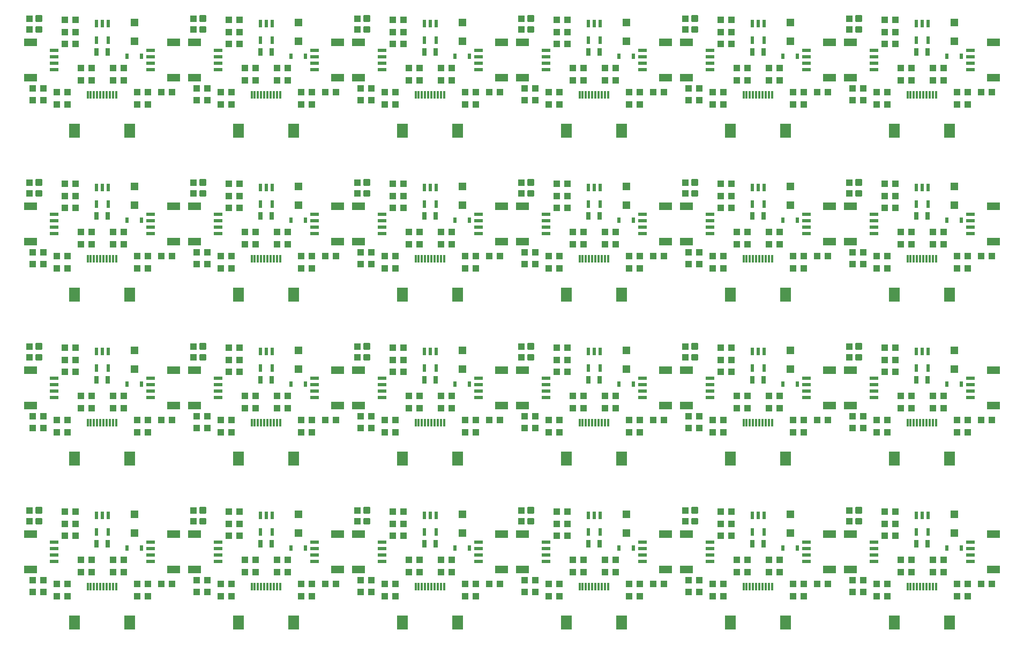
<source format=gtp>
G75*
%MOIN*%
%OFA0B0*%
%FSLAX25Y25*%
%IPPOS*%
%LPD*%
%AMOC8*
5,1,8,0,0,1.08239X$1,22.5*
%
%ADD10R,0.04331X0.03937*%
%ADD11R,0.07874X0.04724*%
%ADD12R,0.05315X0.02362*%
%ADD13R,0.01181X0.05118*%
%ADD14R,0.07087X0.08661*%
%ADD15C,0.01181*%
%ADD16R,0.03937X0.04331*%
%ADD17R,0.02165X0.04724*%
%ADD18R,0.02480X0.03268*%
%ADD19R,0.05118X0.05118*%
%ADD20R,0.03150X0.04724*%
D10*
X0035404Y0053750D03*
X0042096Y0053750D03*
X0050404Y0051250D03*
X0057096Y0051250D03*
X0057096Y0058750D03*
X0050404Y0058750D03*
X0042096Y0061250D03*
X0035404Y0061250D03*
X0065404Y0066250D03*
X0072096Y0066250D03*
X0072096Y0073750D03*
X0065404Y0073750D03*
X0062096Y0088750D03*
X0055404Y0088750D03*
X0055404Y0096250D03*
X0062096Y0096250D03*
X0062096Y0103750D03*
X0055404Y0103750D03*
X0085404Y0073750D03*
X0092096Y0073750D03*
X0092096Y0066250D03*
X0085404Y0066250D03*
X0100404Y0058750D03*
X0107096Y0058750D03*
X0107096Y0051250D03*
X0100404Y0051250D03*
X0115404Y0058750D03*
X0122096Y0058750D03*
X0137404Y0061250D03*
X0144096Y0061250D03*
X0152404Y0058750D03*
X0159096Y0058750D03*
X0159096Y0051250D03*
X0152404Y0051250D03*
X0144096Y0053750D03*
X0137404Y0053750D03*
X0167404Y0066250D03*
X0174096Y0066250D03*
X0174096Y0073750D03*
X0167404Y0073750D03*
X0164096Y0088750D03*
X0157404Y0088750D03*
X0157404Y0096250D03*
X0164096Y0096250D03*
X0164096Y0103750D03*
X0157404Y0103750D03*
X0187404Y0073750D03*
X0194096Y0073750D03*
X0194096Y0066250D03*
X0187404Y0066250D03*
X0202404Y0058750D03*
X0209096Y0058750D03*
X0209096Y0051250D03*
X0202404Y0051250D03*
X0217404Y0058750D03*
X0224096Y0058750D03*
X0239404Y0061250D03*
X0246096Y0061250D03*
X0254404Y0058750D03*
X0261096Y0058750D03*
X0261096Y0051250D03*
X0254404Y0051250D03*
X0246096Y0053750D03*
X0239404Y0053750D03*
X0269404Y0066250D03*
X0276096Y0066250D03*
X0276096Y0073750D03*
X0269404Y0073750D03*
X0266096Y0088750D03*
X0259404Y0088750D03*
X0259404Y0096250D03*
X0266096Y0096250D03*
X0266096Y0103750D03*
X0259404Y0103750D03*
X0289404Y0073750D03*
X0296096Y0073750D03*
X0296096Y0066250D03*
X0289404Y0066250D03*
X0304404Y0058750D03*
X0311096Y0058750D03*
X0311096Y0051250D03*
X0304404Y0051250D03*
X0319404Y0058750D03*
X0326096Y0058750D03*
X0341404Y0061250D03*
X0348096Y0061250D03*
X0348096Y0053750D03*
X0341404Y0053750D03*
X0356404Y0051250D03*
X0363096Y0051250D03*
X0363096Y0058750D03*
X0356404Y0058750D03*
X0371404Y0066250D03*
X0378096Y0066250D03*
X0378096Y0073750D03*
X0371404Y0073750D03*
X0391404Y0073750D03*
X0398096Y0073750D03*
X0398096Y0066250D03*
X0391404Y0066250D03*
X0406404Y0058750D03*
X0413096Y0058750D03*
X0413096Y0051250D03*
X0406404Y0051250D03*
X0421404Y0058750D03*
X0428096Y0058750D03*
X0443404Y0061250D03*
X0450096Y0061250D03*
X0458404Y0058750D03*
X0465096Y0058750D03*
X0465096Y0051250D03*
X0458404Y0051250D03*
X0450096Y0053750D03*
X0443404Y0053750D03*
X0473404Y0066250D03*
X0480096Y0066250D03*
X0480096Y0073750D03*
X0473404Y0073750D03*
X0470096Y0088750D03*
X0463404Y0088750D03*
X0463404Y0096250D03*
X0470096Y0096250D03*
X0470096Y0103750D03*
X0463404Y0103750D03*
X0493404Y0073750D03*
X0500096Y0073750D03*
X0500096Y0066250D03*
X0493404Y0066250D03*
X0508404Y0058750D03*
X0515096Y0058750D03*
X0515096Y0051250D03*
X0508404Y0051250D03*
X0523404Y0058750D03*
X0530096Y0058750D03*
X0545404Y0061250D03*
X0552096Y0061250D03*
X0560404Y0058750D03*
X0567096Y0058750D03*
X0567096Y0051250D03*
X0560404Y0051250D03*
X0552096Y0053750D03*
X0545404Y0053750D03*
X0575404Y0066250D03*
X0582096Y0066250D03*
X0582096Y0073750D03*
X0575404Y0073750D03*
X0572096Y0088750D03*
X0565404Y0088750D03*
X0565404Y0096250D03*
X0572096Y0096250D03*
X0572096Y0103750D03*
X0565404Y0103750D03*
X0595404Y0073750D03*
X0602096Y0073750D03*
X0602096Y0066250D03*
X0595404Y0066250D03*
X0610404Y0058750D03*
X0617096Y0058750D03*
X0617096Y0051250D03*
X0610404Y0051250D03*
X0625404Y0058750D03*
X0632096Y0058750D03*
X0617096Y0153250D03*
X0610404Y0153250D03*
X0610404Y0160750D03*
X0617096Y0160750D03*
X0625404Y0160750D03*
X0632096Y0160750D03*
X0602096Y0168250D03*
X0595404Y0168250D03*
X0595404Y0175750D03*
X0602096Y0175750D03*
X0582096Y0175750D03*
X0575404Y0175750D03*
X0575404Y0168250D03*
X0582096Y0168250D03*
X0567096Y0160750D03*
X0560404Y0160750D03*
X0560404Y0153250D03*
X0567096Y0153250D03*
X0552096Y0155750D03*
X0545404Y0155750D03*
X0545404Y0163250D03*
X0552096Y0163250D03*
X0530096Y0160750D03*
X0523404Y0160750D03*
X0515096Y0160750D03*
X0508404Y0160750D03*
X0508404Y0153250D03*
X0515096Y0153250D03*
X0500096Y0168250D03*
X0493404Y0168250D03*
X0493404Y0175750D03*
X0500096Y0175750D03*
X0480096Y0175750D03*
X0473404Y0175750D03*
X0473404Y0168250D03*
X0480096Y0168250D03*
X0465096Y0160750D03*
X0458404Y0160750D03*
X0458404Y0153250D03*
X0465096Y0153250D03*
X0450096Y0155750D03*
X0443404Y0155750D03*
X0443404Y0163250D03*
X0450096Y0163250D03*
X0428096Y0160750D03*
X0421404Y0160750D03*
X0413096Y0160750D03*
X0406404Y0160750D03*
X0406404Y0153250D03*
X0413096Y0153250D03*
X0398096Y0168250D03*
X0391404Y0168250D03*
X0391404Y0175750D03*
X0398096Y0175750D03*
X0378096Y0175750D03*
X0371404Y0175750D03*
X0371404Y0168250D03*
X0378096Y0168250D03*
X0363096Y0160750D03*
X0356404Y0160750D03*
X0356404Y0153250D03*
X0363096Y0153250D03*
X0348096Y0155750D03*
X0341404Y0155750D03*
X0341404Y0163250D03*
X0348096Y0163250D03*
X0326096Y0160750D03*
X0319404Y0160750D03*
X0311096Y0160750D03*
X0304404Y0160750D03*
X0304404Y0153250D03*
X0311096Y0153250D03*
X0296096Y0168250D03*
X0289404Y0168250D03*
X0289404Y0175750D03*
X0296096Y0175750D03*
X0276096Y0175750D03*
X0269404Y0175750D03*
X0269404Y0168250D03*
X0276096Y0168250D03*
X0261096Y0160750D03*
X0254404Y0160750D03*
X0254404Y0153250D03*
X0261096Y0153250D03*
X0246096Y0155750D03*
X0239404Y0155750D03*
X0239404Y0163250D03*
X0246096Y0163250D03*
X0224096Y0160750D03*
X0217404Y0160750D03*
X0209096Y0160750D03*
X0202404Y0160750D03*
X0202404Y0153250D03*
X0209096Y0153250D03*
X0194096Y0168250D03*
X0187404Y0168250D03*
X0187404Y0175750D03*
X0194096Y0175750D03*
X0174096Y0175750D03*
X0167404Y0175750D03*
X0167404Y0168250D03*
X0174096Y0168250D03*
X0159096Y0160750D03*
X0152404Y0160750D03*
X0152404Y0153250D03*
X0159096Y0153250D03*
X0144096Y0155750D03*
X0137404Y0155750D03*
X0137404Y0163250D03*
X0144096Y0163250D03*
X0122096Y0160750D03*
X0115404Y0160750D03*
X0107096Y0160750D03*
X0100404Y0160750D03*
X0100404Y0153250D03*
X0107096Y0153250D03*
X0092096Y0168250D03*
X0085404Y0168250D03*
X0085404Y0175750D03*
X0092096Y0175750D03*
X0072096Y0175750D03*
X0065404Y0175750D03*
X0065404Y0168250D03*
X0072096Y0168250D03*
X0057096Y0160750D03*
X0050404Y0160750D03*
X0050404Y0153250D03*
X0057096Y0153250D03*
X0042096Y0155750D03*
X0035404Y0155750D03*
X0035404Y0163250D03*
X0042096Y0163250D03*
X0055404Y0190750D03*
X0062096Y0190750D03*
X0062096Y0198250D03*
X0055404Y0198250D03*
X0055404Y0205750D03*
X0062096Y0205750D03*
X0057096Y0255250D03*
X0050404Y0255250D03*
X0042096Y0257750D03*
X0035404Y0257750D03*
X0035404Y0265250D03*
X0042096Y0265250D03*
X0050404Y0262750D03*
X0057096Y0262750D03*
X0065404Y0270250D03*
X0072096Y0270250D03*
X0072096Y0277750D03*
X0065404Y0277750D03*
X0062096Y0292750D03*
X0055404Y0292750D03*
X0055404Y0300250D03*
X0062096Y0300250D03*
X0062096Y0307750D03*
X0055404Y0307750D03*
X0085404Y0277750D03*
X0092096Y0277750D03*
X0092096Y0270250D03*
X0085404Y0270250D03*
X0100404Y0262750D03*
X0107096Y0262750D03*
X0115404Y0262750D03*
X0122096Y0262750D03*
X0137404Y0265250D03*
X0144096Y0265250D03*
X0144096Y0257750D03*
X0137404Y0257750D03*
X0152404Y0255250D03*
X0159096Y0255250D03*
X0159096Y0262750D03*
X0152404Y0262750D03*
X0167404Y0270250D03*
X0174096Y0270250D03*
X0174096Y0277750D03*
X0167404Y0277750D03*
X0164096Y0292750D03*
X0157404Y0292750D03*
X0157404Y0300250D03*
X0164096Y0300250D03*
X0164096Y0307750D03*
X0157404Y0307750D03*
X0187404Y0277750D03*
X0194096Y0277750D03*
X0194096Y0270250D03*
X0187404Y0270250D03*
X0202404Y0262750D03*
X0209096Y0262750D03*
X0217404Y0262750D03*
X0224096Y0262750D03*
X0239404Y0265250D03*
X0246096Y0265250D03*
X0246096Y0257750D03*
X0239404Y0257750D03*
X0254404Y0255250D03*
X0261096Y0255250D03*
X0261096Y0262750D03*
X0254404Y0262750D03*
X0269404Y0270250D03*
X0276096Y0270250D03*
X0276096Y0277750D03*
X0269404Y0277750D03*
X0266096Y0292750D03*
X0259404Y0292750D03*
X0259404Y0300250D03*
X0266096Y0300250D03*
X0266096Y0307750D03*
X0259404Y0307750D03*
X0289404Y0277750D03*
X0296096Y0277750D03*
X0296096Y0270250D03*
X0289404Y0270250D03*
X0304404Y0262750D03*
X0311096Y0262750D03*
X0311096Y0255250D03*
X0304404Y0255250D03*
X0319404Y0262750D03*
X0326096Y0262750D03*
X0341404Y0265250D03*
X0348096Y0265250D03*
X0348096Y0257750D03*
X0341404Y0257750D03*
X0356404Y0255250D03*
X0363096Y0255250D03*
X0363096Y0262750D03*
X0356404Y0262750D03*
X0371404Y0270250D03*
X0378096Y0270250D03*
X0378096Y0277750D03*
X0371404Y0277750D03*
X0391404Y0277750D03*
X0398096Y0277750D03*
X0398096Y0270250D03*
X0391404Y0270250D03*
X0406404Y0262750D03*
X0413096Y0262750D03*
X0421404Y0262750D03*
X0428096Y0262750D03*
X0443404Y0265250D03*
X0450096Y0265250D03*
X0450096Y0257750D03*
X0443404Y0257750D03*
X0458404Y0255250D03*
X0465096Y0255250D03*
X0465096Y0262750D03*
X0458404Y0262750D03*
X0473404Y0270250D03*
X0480096Y0270250D03*
X0480096Y0277750D03*
X0473404Y0277750D03*
X0470096Y0292750D03*
X0463404Y0292750D03*
X0463404Y0300250D03*
X0470096Y0300250D03*
X0470096Y0307750D03*
X0463404Y0307750D03*
X0493404Y0277750D03*
X0500096Y0277750D03*
X0500096Y0270250D03*
X0493404Y0270250D03*
X0508404Y0262750D03*
X0515096Y0262750D03*
X0523404Y0262750D03*
X0530096Y0262750D03*
X0545404Y0265250D03*
X0552096Y0265250D03*
X0552096Y0257750D03*
X0545404Y0257750D03*
X0560404Y0255250D03*
X0567096Y0255250D03*
X0567096Y0262750D03*
X0560404Y0262750D03*
X0575404Y0270250D03*
X0582096Y0270250D03*
X0582096Y0277750D03*
X0575404Y0277750D03*
X0572096Y0292750D03*
X0565404Y0292750D03*
X0565404Y0300250D03*
X0572096Y0300250D03*
X0572096Y0307750D03*
X0565404Y0307750D03*
X0595404Y0277750D03*
X0602096Y0277750D03*
X0602096Y0270250D03*
X0595404Y0270250D03*
X0610404Y0262750D03*
X0617096Y0262750D03*
X0625404Y0262750D03*
X0632096Y0262750D03*
X0617096Y0255250D03*
X0610404Y0255250D03*
X0572096Y0205750D03*
X0565404Y0205750D03*
X0565404Y0198250D03*
X0572096Y0198250D03*
X0572096Y0190750D03*
X0565404Y0190750D03*
X0515096Y0255250D03*
X0508404Y0255250D03*
X0470096Y0205750D03*
X0463404Y0205750D03*
X0463404Y0198250D03*
X0470096Y0198250D03*
X0470096Y0190750D03*
X0463404Y0190750D03*
X0413096Y0255250D03*
X0406404Y0255250D03*
X0368096Y0292750D03*
X0361404Y0292750D03*
X0361404Y0300250D03*
X0368096Y0300250D03*
X0368096Y0307750D03*
X0361404Y0307750D03*
X0363096Y0357250D03*
X0356404Y0357250D03*
X0356404Y0364750D03*
X0363096Y0364750D03*
X0371404Y0372250D03*
X0378096Y0372250D03*
X0378096Y0379750D03*
X0371404Y0379750D03*
X0391404Y0379750D03*
X0398096Y0379750D03*
X0398096Y0372250D03*
X0391404Y0372250D03*
X0406404Y0364750D03*
X0413096Y0364750D03*
X0421404Y0364750D03*
X0428096Y0364750D03*
X0443404Y0367250D03*
X0450096Y0367250D03*
X0450096Y0359750D03*
X0443404Y0359750D03*
X0458404Y0357250D03*
X0465096Y0357250D03*
X0465096Y0364750D03*
X0458404Y0364750D03*
X0473404Y0372250D03*
X0480096Y0372250D03*
X0480096Y0379750D03*
X0473404Y0379750D03*
X0470096Y0394750D03*
X0463404Y0394750D03*
X0463404Y0402250D03*
X0470096Y0402250D03*
X0470096Y0409750D03*
X0463404Y0409750D03*
X0493404Y0379750D03*
X0500096Y0379750D03*
X0500096Y0372250D03*
X0493404Y0372250D03*
X0508404Y0364750D03*
X0515096Y0364750D03*
X0523404Y0364750D03*
X0530096Y0364750D03*
X0545404Y0367250D03*
X0552096Y0367250D03*
X0552096Y0359750D03*
X0545404Y0359750D03*
X0560404Y0357250D03*
X0567096Y0357250D03*
X0567096Y0364750D03*
X0560404Y0364750D03*
X0575404Y0372250D03*
X0582096Y0372250D03*
X0582096Y0379750D03*
X0575404Y0379750D03*
X0572096Y0394750D03*
X0565404Y0394750D03*
X0565404Y0402250D03*
X0572096Y0402250D03*
X0572096Y0409750D03*
X0565404Y0409750D03*
X0595404Y0379750D03*
X0602096Y0379750D03*
X0602096Y0372250D03*
X0595404Y0372250D03*
X0610404Y0364750D03*
X0617096Y0364750D03*
X0625404Y0364750D03*
X0632096Y0364750D03*
X0617096Y0357250D03*
X0610404Y0357250D03*
X0515096Y0357250D03*
X0508404Y0357250D03*
X0413096Y0357250D03*
X0406404Y0357250D03*
X0368096Y0394750D03*
X0361404Y0394750D03*
X0361404Y0402250D03*
X0368096Y0402250D03*
X0368096Y0409750D03*
X0361404Y0409750D03*
X0348096Y0367250D03*
X0341404Y0367250D03*
X0341404Y0359750D03*
X0348096Y0359750D03*
X0326096Y0364750D03*
X0319404Y0364750D03*
X0311096Y0364750D03*
X0304404Y0364750D03*
X0304404Y0357250D03*
X0311096Y0357250D03*
X0296096Y0372250D03*
X0289404Y0372250D03*
X0289404Y0379750D03*
X0296096Y0379750D03*
X0276096Y0379750D03*
X0269404Y0379750D03*
X0269404Y0372250D03*
X0276096Y0372250D03*
X0261096Y0364750D03*
X0254404Y0364750D03*
X0246096Y0367250D03*
X0239404Y0367250D03*
X0239404Y0359750D03*
X0246096Y0359750D03*
X0254404Y0357250D03*
X0261096Y0357250D03*
X0224096Y0364750D03*
X0217404Y0364750D03*
X0209096Y0364750D03*
X0202404Y0364750D03*
X0194096Y0372250D03*
X0187404Y0372250D03*
X0187404Y0379750D03*
X0194096Y0379750D03*
X0174096Y0379750D03*
X0167404Y0379750D03*
X0167404Y0372250D03*
X0174096Y0372250D03*
X0159096Y0364750D03*
X0152404Y0364750D03*
X0144096Y0367250D03*
X0137404Y0367250D03*
X0137404Y0359750D03*
X0144096Y0359750D03*
X0152404Y0357250D03*
X0159096Y0357250D03*
X0122096Y0364750D03*
X0115404Y0364750D03*
X0107096Y0364750D03*
X0100404Y0364750D03*
X0092096Y0372250D03*
X0085404Y0372250D03*
X0085404Y0379750D03*
X0092096Y0379750D03*
X0072096Y0379750D03*
X0065404Y0379750D03*
X0065404Y0372250D03*
X0072096Y0372250D03*
X0057096Y0364750D03*
X0050404Y0364750D03*
X0042096Y0367250D03*
X0035404Y0367250D03*
X0035404Y0359750D03*
X0042096Y0359750D03*
X0050404Y0357250D03*
X0057096Y0357250D03*
X0100404Y0357250D03*
X0107096Y0357250D03*
X0062096Y0394750D03*
X0055404Y0394750D03*
X0055404Y0402250D03*
X0062096Y0402250D03*
X0062096Y0409750D03*
X0055404Y0409750D03*
X0157404Y0409750D03*
X0164096Y0409750D03*
X0164096Y0402250D03*
X0157404Y0402250D03*
X0157404Y0394750D03*
X0164096Y0394750D03*
X0202404Y0357250D03*
X0209096Y0357250D03*
X0259404Y0394750D03*
X0266096Y0394750D03*
X0266096Y0402250D03*
X0259404Y0402250D03*
X0259404Y0409750D03*
X0266096Y0409750D03*
X0209096Y0255250D03*
X0202404Y0255250D03*
X0164096Y0205750D03*
X0157404Y0205750D03*
X0157404Y0198250D03*
X0164096Y0198250D03*
X0164096Y0190750D03*
X0157404Y0190750D03*
X0107096Y0255250D03*
X0100404Y0255250D03*
X0259404Y0205750D03*
X0266096Y0205750D03*
X0266096Y0198250D03*
X0259404Y0198250D03*
X0259404Y0190750D03*
X0266096Y0190750D03*
X0361404Y0190750D03*
X0368096Y0190750D03*
X0368096Y0198250D03*
X0361404Y0198250D03*
X0361404Y0205750D03*
X0368096Y0205750D03*
X0368096Y0103750D03*
X0361404Y0103750D03*
X0361404Y0096250D03*
X0368096Y0096250D03*
X0368096Y0088750D03*
X0361404Y0088750D03*
D11*
X0340281Y0089774D03*
X0327219Y0089774D03*
X0327219Y0067726D03*
X0340281Y0067726D03*
X0429219Y0067726D03*
X0442281Y0067726D03*
X0442281Y0089774D03*
X0429219Y0089774D03*
X0531219Y0089774D03*
X0544281Y0089774D03*
X0544281Y0067726D03*
X0531219Y0067726D03*
X0633219Y0067726D03*
X0633219Y0089774D03*
X0633219Y0169726D03*
X0633219Y0191774D03*
X0544281Y0191774D03*
X0531219Y0191774D03*
X0531219Y0169726D03*
X0544281Y0169726D03*
X0442281Y0169726D03*
X0429219Y0169726D03*
X0429219Y0191774D03*
X0442281Y0191774D03*
X0340281Y0191774D03*
X0327219Y0191774D03*
X0327219Y0169726D03*
X0340281Y0169726D03*
X0238281Y0169726D03*
X0225219Y0169726D03*
X0225219Y0191774D03*
X0238281Y0191774D03*
X0136281Y0191774D03*
X0123219Y0191774D03*
X0123219Y0169726D03*
X0136281Y0169726D03*
X0034281Y0169726D03*
X0034281Y0191774D03*
X0034281Y0271726D03*
X0034281Y0293774D03*
X0123219Y0293774D03*
X0136281Y0293774D03*
X0136281Y0271726D03*
X0123219Y0271726D03*
X0225219Y0271726D03*
X0238281Y0271726D03*
X0238281Y0293774D03*
X0225219Y0293774D03*
X0327219Y0293774D03*
X0340281Y0293774D03*
X0340281Y0271726D03*
X0327219Y0271726D03*
X0429219Y0271726D03*
X0442281Y0271726D03*
X0442281Y0293774D03*
X0429219Y0293774D03*
X0531219Y0293774D03*
X0544281Y0293774D03*
X0544281Y0271726D03*
X0531219Y0271726D03*
X0633219Y0271726D03*
X0633219Y0293774D03*
X0633219Y0373726D03*
X0633219Y0395774D03*
X0544281Y0395774D03*
X0531219Y0395774D03*
X0531219Y0373726D03*
X0544281Y0373726D03*
X0442281Y0373726D03*
X0429219Y0373726D03*
X0429219Y0395774D03*
X0442281Y0395774D03*
X0340281Y0395774D03*
X0327219Y0395774D03*
X0327219Y0373726D03*
X0340281Y0373726D03*
X0238281Y0373726D03*
X0225219Y0373726D03*
X0225219Y0395774D03*
X0238281Y0395774D03*
X0136281Y0395774D03*
X0123219Y0395774D03*
X0123219Y0373726D03*
X0136281Y0373726D03*
X0034281Y0373726D03*
X0034281Y0395774D03*
X0034281Y0089774D03*
X0034281Y0067726D03*
X0123219Y0067726D03*
X0136281Y0067726D03*
X0136281Y0089774D03*
X0123219Y0089774D03*
X0225219Y0089774D03*
X0238281Y0089774D03*
X0238281Y0067726D03*
X0225219Y0067726D03*
D12*
X0210750Y0072844D03*
X0210750Y0076781D03*
X0210750Y0080719D03*
X0210750Y0084656D03*
X0252750Y0084656D03*
X0252750Y0080719D03*
X0252750Y0076781D03*
X0252750Y0072844D03*
X0312750Y0072844D03*
X0312750Y0076781D03*
X0312750Y0080719D03*
X0312750Y0084656D03*
X0354750Y0084656D03*
X0354750Y0080719D03*
X0354750Y0076781D03*
X0354750Y0072844D03*
X0414750Y0072844D03*
X0414750Y0076781D03*
X0414750Y0080719D03*
X0414750Y0084656D03*
X0456750Y0084656D03*
X0456750Y0080719D03*
X0456750Y0076781D03*
X0456750Y0072844D03*
X0516750Y0072844D03*
X0516750Y0076781D03*
X0516750Y0080719D03*
X0516750Y0084656D03*
X0558750Y0084656D03*
X0558750Y0080719D03*
X0558750Y0076781D03*
X0558750Y0072844D03*
X0618750Y0072844D03*
X0618750Y0076781D03*
X0618750Y0080719D03*
X0618750Y0084656D03*
X0618750Y0174844D03*
X0618750Y0178781D03*
X0618750Y0182719D03*
X0618750Y0186656D03*
X0558750Y0186656D03*
X0558750Y0182719D03*
X0558750Y0178781D03*
X0558750Y0174844D03*
X0516750Y0174844D03*
X0516750Y0178781D03*
X0516750Y0182719D03*
X0516750Y0186656D03*
X0456750Y0186656D03*
X0456750Y0182719D03*
X0456750Y0178781D03*
X0456750Y0174844D03*
X0414750Y0174844D03*
X0414750Y0178781D03*
X0414750Y0182719D03*
X0414750Y0186656D03*
X0354750Y0186656D03*
X0354750Y0182719D03*
X0354750Y0178781D03*
X0354750Y0174844D03*
X0312750Y0174844D03*
X0312750Y0178781D03*
X0312750Y0182719D03*
X0312750Y0186656D03*
X0252750Y0186656D03*
X0252750Y0182719D03*
X0252750Y0178781D03*
X0252750Y0174844D03*
X0210750Y0174844D03*
X0210750Y0178781D03*
X0210750Y0182719D03*
X0210750Y0186656D03*
X0150750Y0186656D03*
X0150750Y0182719D03*
X0150750Y0178781D03*
X0150750Y0174844D03*
X0108750Y0174844D03*
X0108750Y0178781D03*
X0108750Y0182719D03*
X0108750Y0186656D03*
X0048750Y0186656D03*
X0048750Y0182719D03*
X0048750Y0178781D03*
X0048750Y0174844D03*
X0048750Y0084656D03*
X0048750Y0080719D03*
X0048750Y0076781D03*
X0048750Y0072844D03*
X0108750Y0072844D03*
X0108750Y0076781D03*
X0108750Y0080719D03*
X0108750Y0084656D03*
X0150750Y0084656D03*
X0150750Y0080719D03*
X0150750Y0076781D03*
X0150750Y0072844D03*
X0150750Y0276844D03*
X0150750Y0280781D03*
X0150750Y0284719D03*
X0150750Y0288656D03*
X0108750Y0288656D03*
X0108750Y0284719D03*
X0108750Y0280781D03*
X0108750Y0276844D03*
X0048750Y0276844D03*
X0048750Y0280781D03*
X0048750Y0284719D03*
X0048750Y0288656D03*
X0048750Y0378844D03*
X0048750Y0382781D03*
X0048750Y0386719D03*
X0048750Y0390656D03*
X0108750Y0390656D03*
X0108750Y0386719D03*
X0108750Y0382781D03*
X0108750Y0378844D03*
X0150750Y0378844D03*
X0150750Y0382781D03*
X0150750Y0386719D03*
X0150750Y0390656D03*
X0210750Y0390656D03*
X0210750Y0386719D03*
X0210750Y0382781D03*
X0210750Y0378844D03*
X0252750Y0378844D03*
X0252750Y0382781D03*
X0252750Y0386719D03*
X0252750Y0390656D03*
X0312750Y0390656D03*
X0312750Y0386719D03*
X0312750Y0382781D03*
X0312750Y0378844D03*
X0354750Y0378844D03*
X0354750Y0382781D03*
X0354750Y0386719D03*
X0354750Y0390656D03*
X0414750Y0390656D03*
X0414750Y0386719D03*
X0414750Y0382781D03*
X0414750Y0378844D03*
X0456750Y0378844D03*
X0456750Y0382781D03*
X0456750Y0386719D03*
X0456750Y0390656D03*
X0516750Y0390656D03*
X0516750Y0386719D03*
X0516750Y0382781D03*
X0516750Y0378844D03*
X0558750Y0378844D03*
X0558750Y0382781D03*
X0558750Y0386719D03*
X0558750Y0390656D03*
X0618750Y0390656D03*
X0618750Y0386719D03*
X0618750Y0382781D03*
X0618750Y0378844D03*
X0618750Y0288656D03*
X0618750Y0284719D03*
X0618750Y0280781D03*
X0618750Y0276844D03*
X0558750Y0276844D03*
X0558750Y0280781D03*
X0558750Y0284719D03*
X0558750Y0288656D03*
X0516750Y0288656D03*
X0516750Y0284719D03*
X0516750Y0280781D03*
X0516750Y0276844D03*
X0456750Y0276844D03*
X0456750Y0280781D03*
X0456750Y0284719D03*
X0456750Y0288656D03*
X0414750Y0288656D03*
X0414750Y0284719D03*
X0414750Y0280781D03*
X0414750Y0276844D03*
X0354750Y0276844D03*
X0354750Y0280781D03*
X0354750Y0284719D03*
X0354750Y0288656D03*
X0312750Y0288656D03*
X0312750Y0284719D03*
X0312750Y0280781D03*
X0312750Y0276844D03*
X0252750Y0276844D03*
X0252750Y0280781D03*
X0252750Y0284719D03*
X0252750Y0288656D03*
X0210750Y0288656D03*
X0210750Y0284719D03*
X0210750Y0280781D03*
X0210750Y0276844D03*
D13*
X0189411Y0261136D03*
X0187443Y0261136D03*
X0185474Y0261136D03*
X0183506Y0261136D03*
X0181537Y0261136D03*
X0179569Y0261136D03*
X0177600Y0261136D03*
X0175632Y0261136D03*
X0173663Y0261136D03*
X0171695Y0261136D03*
X0087411Y0261136D03*
X0085443Y0261136D03*
X0083474Y0261136D03*
X0081506Y0261136D03*
X0079537Y0261136D03*
X0077569Y0261136D03*
X0075600Y0261136D03*
X0073632Y0261136D03*
X0071663Y0261136D03*
X0069695Y0261136D03*
X0069695Y0159136D03*
X0071663Y0159136D03*
X0073632Y0159136D03*
X0075600Y0159136D03*
X0077569Y0159136D03*
X0079537Y0159136D03*
X0081506Y0159136D03*
X0083474Y0159136D03*
X0085443Y0159136D03*
X0087411Y0159136D03*
X0171695Y0159136D03*
X0173663Y0159136D03*
X0175632Y0159136D03*
X0177600Y0159136D03*
X0179569Y0159136D03*
X0181537Y0159136D03*
X0183506Y0159136D03*
X0185474Y0159136D03*
X0187443Y0159136D03*
X0189411Y0159136D03*
X0273695Y0159136D03*
X0275663Y0159136D03*
X0277632Y0159136D03*
X0279600Y0159136D03*
X0281569Y0159136D03*
X0283537Y0159136D03*
X0285506Y0159136D03*
X0287474Y0159136D03*
X0289443Y0159136D03*
X0291411Y0159136D03*
X0375695Y0159136D03*
X0377663Y0159136D03*
X0379632Y0159136D03*
X0381600Y0159136D03*
X0383569Y0159136D03*
X0385537Y0159136D03*
X0387506Y0159136D03*
X0389474Y0159136D03*
X0391443Y0159136D03*
X0393411Y0159136D03*
X0477695Y0159136D03*
X0479663Y0159136D03*
X0481632Y0159136D03*
X0483600Y0159136D03*
X0485569Y0159136D03*
X0487537Y0159136D03*
X0489506Y0159136D03*
X0491474Y0159136D03*
X0493443Y0159136D03*
X0495411Y0159136D03*
X0579695Y0159136D03*
X0581663Y0159136D03*
X0583632Y0159136D03*
X0585600Y0159136D03*
X0587569Y0159136D03*
X0589537Y0159136D03*
X0591506Y0159136D03*
X0593474Y0159136D03*
X0595443Y0159136D03*
X0597411Y0159136D03*
X0597411Y0261136D03*
X0595443Y0261136D03*
X0593474Y0261136D03*
X0591506Y0261136D03*
X0589537Y0261136D03*
X0587569Y0261136D03*
X0585600Y0261136D03*
X0583632Y0261136D03*
X0581663Y0261136D03*
X0579695Y0261136D03*
X0495411Y0261136D03*
X0493443Y0261136D03*
X0491474Y0261136D03*
X0489506Y0261136D03*
X0487537Y0261136D03*
X0485569Y0261136D03*
X0483600Y0261136D03*
X0481632Y0261136D03*
X0479663Y0261136D03*
X0477695Y0261136D03*
X0393411Y0261136D03*
X0391443Y0261136D03*
X0389474Y0261136D03*
X0387506Y0261136D03*
X0385537Y0261136D03*
X0383569Y0261136D03*
X0381600Y0261136D03*
X0379632Y0261136D03*
X0377663Y0261136D03*
X0375695Y0261136D03*
X0291411Y0261136D03*
X0289443Y0261136D03*
X0287474Y0261136D03*
X0285506Y0261136D03*
X0283537Y0261136D03*
X0281569Y0261136D03*
X0279600Y0261136D03*
X0277632Y0261136D03*
X0275663Y0261136D03*
X0273695Y0261136D03*
X0273695Y0363136D03*
X0275663Y0363136D03*
X0277632Y0363136D03*
X0279600Y0363136D03*
X0281569Y0363136D03*
X0283537Y0363136D03*
X0285506Y0363136D03*
X0287474Y0363136D03*
X0289443Y0363136D03*
X0291411Y0363136D03*
X0375695Y0363136D03*
X0377663Y0363136D03*
X0379632Y0363136D03*
X0381600Y0363136D03*
X0383569Y0363136D03*
X0385537Y0363136D03*
X0387506Y0363136D03*
X0389474Y0363136D03*
X0391443Y0363136D03*
X0393411Y0363136D03*
X0477695Y0363136D03*
X0479663Y0363136D03*
X0481632Y0363136D03*
X0483600Y0363136D03*
X0485569Y0363136D03*
X0487537Y0363136D03*
X0489506Y0363136D03*
X0491474Y0363136D03*
X0493443Y0363136D03*
X0495411Y0363136D03*
X0579695Y0363136D03*
X0581663Y0363136D03*
X0583632Y0363136D03*
X0585600Y0363136D03*
X0587569Y0363136D03*
X0589537Y0363136D03*
X0591506Y0363136D03*
X0593474Y0363136D03*
X0595443Y0363136D03*
X0597411Y0363136D03*
X0189411Y0363136D03*
X0187443Y0363136D03*
X0185474Y0363136D03*
X0183506Y0363136D03*
X0181537Y0363136D03*
X0179569Y0363136D03*
X0177600Y0363136D03*
X0175632Y0363136D03*
X0173663Y0363136D03*
X0171695Y0363136D03*
X0087411Y0363136D03*
X0085443Y0363136D03*
X0083474Y0363136D03*
X0081506Y0363136D03*
X0079537Y0363136D03*
X0077569Y0363136D03*
X0075600Y0363136D03*
X0073632Y0363136D03*
X0071663Y0363136D03*
X0069695Y0363136D03*
X0069695Y0057136D03*
X0071663Y0057136D03*
X0073632Y0057136D03*
X0075600Y0057136D03*
X0077569Y0057136D03*
X0079537Y0057136D03*
X0081506Y0057136D03*
X0083474Y0057136D03*
X0085443Y0057136D03*
X0087411Y0057136D03*
X0171695Y0057136D03*
X0173663Y0057136D03*
X0175632Y0057136D03*
X0177600Y0057136D03*
X0179569Y0057136D03*
X0181537Y0057136D03*
X0183506Y0057136D03*
X0185474Y0057136D03*
X0187443Y0057136D03*
X0189411Y0057136D03*
X0273695Y0057136D03*
X0275663Y0057136D03*
X0277632Y0057136D03*
X0279600Y0057136D03*
X0281569Y0057136D03*
X0283537Y0057136D03*
X0285506Y0057136D03*
X0287474Y0057136D03*
X0289443Y0057136D03*
X0291411Y0057136D03*
X0375695Y0057136D03*
X0377663Y0057136D03*
X0379632Y0057136D03*
X0381600Y0057136D03*
X0383569Y0057136D03*
X0385537Y0057136D03*
X0387506Y0057136D03*
X0389474Y0057136D03*
X0391443Y0057136D03*
X0393411Y0057136D03*
X0477695Y0057136D03*
X0479663Y0057136D03*
X0481632Y0057136D03*
X0483600Y0057136D03*
X0485569Y0057136D03*
X0487537Y0057136D03*
X0489506Y0057136D03*
X0491474Y0057136D03*
X0493443Y0057136D03*
X0495411Y0057136D03*
X0579695Y0057136D03*
X0581663Y0057136D03*
X0583632Y0057136D03*
X0585600Y0057136D03*
X0587569Y0057136D03*
X0589537Y0057136D03*
X0591506Y0057136D03*
X0593474Y0057136D03*
X0595443Y0057136D03*
X0597411Y0057136D03*
D14*
X0061427Y0034695D03*
X0095679Y0034695D03*
X0163427Y0034695D03*
X0197679Y0034695D03*
X0265427Y0034695D03*
X0299679Y0034695D03*
X0367427Y0034695D03*
X0401679Y0034695D03*
X0469427Y0034695D03*
X0503679Y0034695D03*
X0571427Y0034695D03*
X0605679Y0034695D03*
X0605679Y0136695D03*
X0571427Y0136695D03*
X0503679Y0136695D03*
X0469427Y0136695D03*
X0401679Y0136695D03*
X0367427Y0136695D03*
X0299679Y0136695D03*
X0265427Y0136695D03*
X0197679Y0136695D03*
X0163427Y0136695D03*
X0095679Y0136695D03*
X0061427Y0136695D03*
X0061427Y0238695D03*
X0095679Y0238695D03*
X0163427Y0238695D03*
X0197679Y0238695D03*
X0265427Y0238695D03*
X0299679Y0238695D03*
X0367427Y0238695D03*
X0401679Y0238695D03*
X0469427Y0238695D03*
X0503679Y0238695D03*
X0571427Y0238695D03*
X0605679Y0238695D03*
X0605679Y0340695D03*
X0571427Y0340695D03*
X0503679Y0340695D03*
X0469427Y0340695D03*
X0401679Y0340695D03*
X0367427Y0340695D03*
X0299679Y0340695D03*
X0265427Y0340695D03*
X0197679Y0340695D03*
X0163427Y0340695D03*
X0095679Y0340695D03*
X0061427Y0340695D03*
D15*
X0040758Y0310022D02*
X0038002Y0310022D01*
X0040758Y0310022D02*
X0040758Y0307266D01*
X0038002Y0307266D01*
X0038002Y0310022D01*
X0038002Y0308388D02*
X0040758Y0308388D01*
X0040758Y0309510D02*
X0038002Y0309510D01*
X0038002Y0303116D02*
X0040758Y0303116D01*
X0040758Y0300360D01*
X0038002Y0300360D01*
X0038002Y0303116D01*
X0038002Y0301482D02*
X0040758Y0301482D01*
X0040758Y0302604D02*
X0038002Y0302604D01*
X0140002Y0303116D02*
X0142758Y0303116D01*
X0142758Y0300360D01*
X0140002Y0300360D01*
X0140002Y0303116D01*
X0140002Y0301482D02*
X0142758Y0301482D01*
X0142758Y0302604D02*
X0140002Y0302604D01*
X0140002Y0310022D02*
X0142758Y0310022D01*
X0142758Y0307266D01*
X0140002Y0307266D01*
X0140002Y0310022D01*
X0140002Y0308388D02*
X0142758Y0308388D01*
X0142758Y0309510D02*
X0140002Y0309510D01*
X0242002Y0310022D02*
X0244758Y0310022D01*
X0244758Y0307266D01*
X0242002Y0307266D01*
X0242002Y0310022D01*
X0242002Y0308388D02*
X0244758Y0308388D01*
X0244758Y0309510D02*
X0242002Y0309510D01*
X0242002Y0303116D02*
X0244758Y0303116D01*
X0244758Y0300360D01*
X0242002Y0300360D01*
X0242002Y0303116D01*
X0242002Y0301482D02*
X0244758Y0301482D01*
X0244758Y0302604D02*
X0242002Y0302604D01*
X0344002Y0303116D02*
X0346758Y0303116D01*
X0346758Y0300360D01*
X0344002Y0300360D01*
X0344002Y0303116D01*
X0344002Y0301482D02*
X0346758Y0301482D01*
X0346758Y0302604D02*
X0344002Y0302604D01*
X0344002Y0310022D02*
X0346758Y0310022D01*
X0346758Y0307266D01*
X0344002Y0307266D01*
X0344002Y0310022D01*
X0344002Y0308388D02*
X0346758Y0308388D01*
X0346758Y0309510D02*
X0344002Y0309510D01*
X0446002Y0310022D02*
X0448758Y0310022D01*
X0448758Y0307266D01*
X0446002Y0307266D01*
X0446002Y0310022D01*
X0446002Y0308388D02*
X0448758Y0308388D01*
X0448758Y0309510D02*
X0446002Y0309510D01*
X0446002Y0303116D02*
X0448758Y0303116D01*
X0448758Y0300360D01*
X0446002Y0300360D01*
X0446002Y0303116D01*
X0446002Y0301482D02*
X0448758Y0301482D01*
X0448758Y0302604D02*
X0446002Y0302604D01*
X0548002Y0303116D02*
X0550758Y0303116D01*
X0550758Y0300360D01*
X0548002Y0300360D01*
X0548002Y0303116D01*
X0548002Y0301482D02*
X0550758Y0301482D01*
X0550758Y0302604D02*
X0548002Y0302604D01*
X0548002Y0310022D02*
X0550758Y0310022D01*
X0550758Y0307266D01*
X0548002Y0307266D01*
X0548002Y0310022D01*
X0548002Y0308388D02*
X0550758Y0308388D01*
X0550758Y0309510D02*
X0548002Y0309510D01*
X0548002Y0405116D02*
X0550758Y0405116D01*
X0550758Y0402360D01*
X0548002Y0402360D01*
X0548002Y0405116D01*
X0548002Y0403482D02*
X0550758Y0403482D01*
X0550758Y0404604D02*
X0548002Y0404604D01*
X0548002Y0412022D02*
X0550758Y0412022D01*
X0550758Y0409266D01*
X0548002Y0409266D01*
X0548002Y0412022D01*
X0548002Y0410388D02*
X0550758Y0410388D01*
X0550758Y0411510D02*
X0548002Y0411510D01*
X0448758Y0412022D02*
X0446002Y0412022D01*
X0448758Y0412022D02*
X0448758Y0409266D01*
X0446002Y0409266D01*
X0446002Y0412022D01*
X0446002Y0410388D02*
X0448758Y0410388D01*
X0448758Y0411510D02*
X0446002Y0411510D01*
X0446002Y0405116D02*
X0448758Y0405116D01*
X0448758Y0402360D01*
X0446002Y0402360D01*
X0446002Y0405116D01*
X0446002Y0403482D02*
X0448758Y0403482D01*
X0448758Y0404604D02*
X0446002Y0404604D01*
X0346758Y0405116D02*
X0344002Y0405116D01*
X0346758Y0405116D02*
X0346758Y0402360D01*
X0344002Y0402360D01*
X0344002Y0405116D01*
X0344002Y0403482D02*
X0346758Y0403482D01*
X0346758Y0404604D02*
X0344002Y0404604D01*
X0344002Y0412022D02*
X0346758Y0412022D01*
X0346758Y0409266D01*
X0344002Y0409266D01*
X0344002Y0412022D01*
X0344002Y0410388D02*
X0346758Y0410388D01*
X0346758Y0411510D02*
X0344002Y0411510D01*
X0244758Y0412022D02*
X0242002Y0412022D01*
X0244758Y0412022D02*
X0244758Y0409266D01*
X0242002Y0409266D01*
X0242002Y0412022D01*
X0242002Y0410388D02*
X0244758Y0410388D01*
X0244758Y0411510D02*
X0242002Y0411510D01*
X0242002Y0405116D02*
X0244758Y0405116D01*
X0244758Y0402360D01*
X0242002Y0402360D01*
X0242002Y0405116D01*
X0242002Y0403482D02*
X0244758Y0403482D01*
X0244758Y0404604D02*
X0242002Y0404604D01*
X0142758Y0405116D02*
X0140002Y0405116D01*
X0142758Y0405116D02*
X0142758Y0402360D01*
X0140002Y0402360D01*
X0140002Y0405116D01*
X0140002Y0403482D02*
X0142758Y0403482D01*
X0142758Y0404604D02*
X0140002Y0404604D01*
X0140002Y0412022D02*
X0142758Y0412022D01*
X0142758Y0409266D01*
X0140002Y0409266D01*
X0140002Y0412022D01*
X0140002Y0410388D02*
X0142758Y0410388D01*
X0142758Y0411510D02*
X0140002Y0411510D01*
X0040758Y0412022D02*
X0038002Y0412022D01*
X0040758Y0412022D02*
X0040758Y0409266D01*
X0038002Y0409266D01*
X0038002Y0412022D01*
X0038002Y0410388D02*
X0040758Y0410388D01*
X0040758Y0411510D02*
X0038002Y0411510D01*
X0038002Y0405116D02*
X0040758Y0405116D01*
X0040758Y0402360D01*
X0038002Y0402360D01*
X0038002Y0405116D01*
X0038002Y0403482D02*
X0040758Y0403482D01*
X0040758Y0404604D02*
X0038002Y0404604D01*
X0038002Y0208022D02*
X0040758Y0208022D01*
X0040758Y0205266D01*
X0038002Y0205266D01*
X0038002Y0208022D01*
X0038002Y0206388D02*
X0040758Y0206388D01*
X0040758Y0207510D02*
X0038002Y0207510D01*
X0038002Y0201116D02*
X0040758Y0201116D01*
X0040758Y0198360D01*
X0038002Y0198360D01*
X0038002Y0201116D01*
X0038002Y0199482D02*
X0040758Y0199482D01*
X0040758Y0200604D02*
X0038002Y0200604D01*
X0140002Y0201116D02*
X0142758Y0201116D01*
X0142758Y0198360D01*
X0140002Y0198360D01*
X0140002Y0201116D01*
X0140002Y0199482D02*
X0142758Y0199482D01*
X0142758Y0200604D02*
X0140002Y0200604D01*
X0140002Y0208022D02*
X0142758Y0208022D01*
X0142758Y0205266D01*
X0140002Y0205266D01*
X0140002Y0208022D01*
X0140002Y0206388D02*
X0142758Y0206388D01*
X0142758Y0207510D02*
X0140002Y0207510D01*
X0242002Y0208022D02*
X0244758Y0208022D01*
X0244758Y0205266D01*
X0242002Y0205266D01*
X0242002Y0208022D01*
X0242002Y0206388D02*
X0244758Y0206388D01*
X0244758Y0207510D02*
X0242002Y0207510D01*
X0242002Y0201116D02*
X0244758Y0201116D01*
X0244758Y0198360D01*
X0242002Y0198360D01*
X0242002Y0201116D01*
X0242002Y0199482D02*
X0244758Y0199482D01*
X0244758Y0200604D02*
X0242002Y0200604D01*
X0344002Y0201116D02*
X0346758Y0201116D01*
X0346758Y0198360D01*
X0344002Y0198360D01*
X0344002Y0201116D01*
X0344002Y0199482D02*
X0346758Y0199482D01*
X0346758Y0200604D02*
X0344002Y0200604D01*
X0344002Y0208022D02*
X0346758Y0208022D01*
X0346758Y0205266D01*
X0344002Y0205266D01*
X0344002Y0208022D01*
X0344002Y0206388D02*
X0346758Y0206388D01*
X0346758Y0207510D02*
X0344002Y0207510D01*
X0446002Y0208022D02*
X0448758Y0208022D01*
X0448758Y0205266D01*
X0446002Y0205266D01*
X0446002Y0208022D01*
X0446002Y0206388D02*
X0448758Y0206388D01*
X0448758Y0207510D02*
X0446002Y0207510D01*
X0446002Y0201116D02*
X0448758Y0201116D01*
X0448758Y0198360D01*
X0446002Y0198360D01*
X0446002Y0201116D01*
X0446002Y0199482D02*
X0448758Y0199482D01*
X0448758Y0200604D02*
X0446002Y0200604D01*
X0548002Y0201116D02*
X0550758Y0201116D01*
X0550758Y0198360D01*
X0548002Y0198360D01*
X0548002Y0201116D01*
X0548002Y0199482D02*
X0550758Y0199482D01*
X0550758Y0200604D02*
X0548002Y0200604D01*
X0548002Y0208022D02*
X0550758Y0208022D01*
X0550758Y0205266D01*
X0548002Y0205266D01*
X0548002Y0208022D01*
X0548002Y0206388D02*
X0550758Y0206388D01*
X0550758Y0207510D02*
X0548002Y0207510D01*
X0548002Y0106022D02*
X0550758Y0106022D01*
X0550758Y0103266D01*
X0548002Y0103266D01*
X0548002Y0106022D01*
X0548002Y0104388D02*
X0550758Y0104388D01*
X0550758Y0105510D02*
X0548002Y0105510D01*
X0548002Y0099116D02*
X0550758Y0099116D01*
X0550758Y0096360D01*
X0548002Y0096360D01*
X0548002Y0099116D01*
X0548002Y0097482D02*
X0550758Y0097482D01*
X0550758Y0098604D02*
X0548002Y0098604D01*
X0448758Y0099116D02*
X0446002Y0099116D01*
X0448758Y0099116D02*
X0448758Y0096360D01*
X0446002Y0096360D01*
X0446002Y0099116D01*
X0446002Y0097482D02*
X0448758Y0097482D01*
X0448758Y0098604D02*
X0446002Y0098604D01*
X0446002Y0106022D02*
X0448758Y0106022D01*
X0448758Y0103266D01*
X0446002Y0103266D01*
X0446002Y0106022D01*
X0446002Y0104388D02*
X0448758Y0104388D01*
X0448758Y0105510D02*
X0446002Y0105510D01*
X0346758Y0106022D02*
X0344002Y0106022D01*
X0346758Y0106022D02*
X0346758Y0103266D01*
X0344002Y0103266D01*
X0344002Y0106022D01*
X0344002Y0104388D02*
X0346758Y0104388D01*
X0346758Y0105510D02*
X0344002Y0105510D01*
X0344002Y0099116D02*
X0346758Y0099116D01*
X0346758Y0096360D01*
X0344002Y0096360D01*
X0344002Y0099116D01*
X0344002Y0097482D02*
X0346758Y0097482D01*
X0346758Y0098604D02*
X0344002Y0098604D01*
X0244758Y0099116D02*
X0242002Y0099116D01*
X0244758Y0099116D02*
X0244758Y0096360D01*
X0242002Y0096360D01*
X0242002Y0099116D01*
X0242002Y0097482D02*
X0244758Y0097482D01*
X0244758Y0098604D02*
X0242002Y0098604D01*
X0242002Y0106022D02*
X0244758Y0106022D01*
X0244758Y0103266D01*
X0242002Y0103266D01*
X0242002Y0106022D01*
X0242002Y0104388D02*
X0244758Y0104388D01*
X0244758Y0105510D02*
X0242002Y0105510D01*
X0142758Y0106022D02*
X0140002Y0106022D01*
X0142758Y0106022D02*
X0142758Y0103266D01*
X0140002Y0103266D01*
X0140002Y0106022D01*
X0140002Y0104388D02*
X0142758Y0104388D01*
X0142758Y0105510D02*
X0140002Y0105510D01*
X0140002Y0099116D02*
X0142758Y0099116D01*
X0142758Y0096360D01*
X0140002Y0096360D01*
X0140002Y0099116D01*
X0140002Y0097482D02*
X0142758Y0097482D01*
X0142758Y0098604D02*
X0140002Y0098604D01*
X0040758Y0099116D02*
X0038002Y0099116D01*
X0040758Y0099116D02*
X0040758Y0096360D01*
X0038002Y0096360D01*
X0038002Y0099116D01*
X0038002Y0097482D02*
X0040758Y0097482D01*
X0040758Y0098604D02*
X0038002Y0098604D01*
X0038002Y0106022D02*
X0040758Y0106022D01*
X0040758Y0103266D01*
X0038002Y0103266D01*
X0038002Y0106022D01*
X0038002Y0104388D02*
X0040758Y0104388D01*
X0040758Y0105510D02*
X0038002Y0105510D01*
D16*
X0033474Y0104537D03*
X0033474Y0097844D03*
X0135474Y0097844D03*
X0135474Y0104537D03*
X0237474Y0104537D03*
X0237474Y0097844D03*
X0339474Y0097844D03*
X0339474Y0104537D03*
X0441474Y0104537D03*
X0441474Y0097844D03*
X0543474Y0097844D03*
X0543474Y0104537D03*
X0543474Y0199844D03*
X0543474Y0206537D03*
X0441474Y0206537D03*
X0441474Y0199844D03*
X0339474Y0199844D03*
X0339474Y0206537D03*
X0237474Y0206537D03*
X0237474Y0199844D03*
X0135474Y0199844D03*
X0135474Y0206537D03*
X0033474Y0206537D03*
X0033474Y0199844D03*
X0033474Y0301844D03*
X0033474Y0308537D03*
X0135474Y0308537D03*
X0135474Y0301844D03*
X0237474Y0301844D03*
X0237474Y0308537D03*
X0339474Y0308537D03*
X0339474Y0301844D03*
X0441474Y0301844D03*
X0441474Y0308537D03*
X0543474Y0308537D03*
X0543474Y0301844D03*
X0543474Y0403844D03*
X0543474Y0410537D03*
X0441474Y0410537D03*
X0441474Y0403844D03*
X0339474Y0403844D03*
X0339474Y0410537D03*
X0237474Y0410537D03*
X0237474Y0403844D03*
X0135474Y0403844D03*
X0135474Y0410537D03*
X0033474Y0410537D03*
X0033474Y0403844D03*
D17*
X0075010Y0407369D03*
X0078750Y0407369D03*
X0082490Y0407369D03*
X0082490Y0397131D03*
X0075010Y0397131D03*
X0177010Y0397131D03*
X0184490Y0397131D03*
X0184490Y0407369D03*
X0180750Y0407369D03*
X0177010Y0407369D03*
X0279010Y0407369D03*
X0282750Y0407369D03*
X0286490Y0407369D03*
X0286490Y0397131D03*
X0279010Y0397131D03*
X0381010Y0397131D03*
X0388490Y0397131D03*
X0388490Y0407369D03*
X0384750Y0407369D03*
X0381010Y0407369D03*
X0483010Y0407369D03*
X0486750Y0407369D03*
X0490490Y0407369D03*
X0490490Y0397131D03*
X0483010Y0397131D03*
X0585010Y0397131D03*
X0592490Y0397131D03*
X0592490Y0407369D03*
X0588750Y0407369D03*
X0585010Y0407369D03*
X0585010Y0305369D03*
X0588750Y0305369D03*
X0592490Y0305369D03*
X0592490Y0295131D03*
X0585010Y0295131D03*
X0490490Y0295131D03*
X0483010Y0295131D03*
X0483010Y0305369D03*
X0486750Y0305369D03*
X0490490Y0305369D03*
X0388490Y0305369D03*
X0384750Y0305369D03*
X0381010Y0305369D03*
X0381010Y0295131D03*
X0388490Y0295131D03*
X0286490Y0295131D03*
X0279010Y0295131D03*
X0279010Y0305369D03*
X0282750Y0305369D03*
X0286490Y0305369D03*
X0184490Y0305369D03*
X0180750Y0305369D03*
X0177010Y0305369D03*
X0177010Y0295131D03*
X0184490Y0295131D03*
X0082490Y0295131D03*
X0075010Y0295131D03*
X0075010Y0305369D03*
X0078750Y0305369D03*
X0082490Y0305369D03*
X0082490Y0203369D03*
X0078750Y0203369D03*
X0075010Y0203369D03*
X0075010Y0193131D03*
X0082490Y0193131D03*
X0177010Y0193131D03*
X0184490Y0193131D03*
X0184490Y0203369D03*
X0180750Y0203369D03*
X0177010Y0203369D03*
X0279010Y0203369D03*
X0282750Y0203369D03*
X0286490Y0203369D03*
X0286490Y0193131D03*
X0279010Y0193131D03*
X0381010Y0193131D03*
X0388490Y0193131D03*
X0388490Y0203369D03*
X0384750Y0203369D03*
X0381010Y0203369D03*
X0483010Y0203369D03*
X0486750Y0203369D03*
X0490490Y0203369D03*
X0490490Y0193131D03*
X0483010Y0193131D03*
X0585010Y0193131D03*
X0592490Y0193131D03*
X0592490Y0203369D03*
X0588750Y0203369D03*
X0585010Y0203369D03*
X0585010Y0101369D03*
X0588750Y0101369D03*
X0592490Y0101369D03*
X0592490Y0091131D03*
X0585010Y0091131D03*
X0490490Y0091131D03*
X0483010Y0091131D03*
X0483010Y0101369D03*
X0486750Y0101369D03*
X0490490Y0101369D03*
X0388490Y0101369D03*
X0384750Y0101369D03*
X0381010Y0101369D03*
X0381010Y0091131D03*
X0388490Y0091131D03*
X0286490Y0091131D03*
X0279010Y0091131D03*
X0279010Y0101369D03*
X0282750Y0101369D03*
X0286490Y0101369D03*
X0184490Y0101369D03*
X0180750Y0101369D03*
X0177010Y0101369D03*
X0177010Y0091131D03*
X0184490Y0091131D03*
X0082490Y0091131D03*
X0075010Y0091131D03*
X0075010Y0101369D03*
X0078750Y0101369D03*
X0082490Y0101369D03*
D18*
X0094222Y0081250D03*
X0103278Y0081250D03*
X0196222Y0081250D03*
X0205278Y0081250D03*
X0298222Y0081250D03*
X0307278Y0081250D03*
X0400222Y0081250D03*
X0409278Y0081250D03*
X0502222Y0081250D03*
X0511278Y0081250D03*
X0604222Y0081250D03*
X0613278Y0081250D03*
X0613278Y0183250D03*
X0604222Y0183250D03*
X0511278Y0183250D03*
X0502222Y0183250D03*
X0409278Y0183250D03*
X0400222Y0183250D03*
X0307278Y0183250D03*
X0298222Y0183250D03*
X0205278Y0183250D03*
X0196222Y0183250D03*
X0103278Y0183250D03*
X0094222Y0183250D03*
X0094222Y0285250D03*
X0103278Y0285250D03*
X0196222Y0285250D03*
X0205278Y0285250D03*
X0298222Y0285250D03*
X0307278Y0285250D03*
X0400222Y0285250D03*
X0409278Y0285250D03*
X0502222Y0285250D03*
X0511278Y0285250D03*
X0604222Y0285250D03*
X0613278Y0285250D03*
X0613278Y0387250D03*
X0604222Y0387250D03*
X0511278Y0387250D03*
X0502222Y0387250D03*
X0409278Y0387250D03*
X0400222Y0387250D03*
X0307278Y0387250D03*
X0298222Y0387250D03*
X0205278Y0387250D03*
X0196222Y0387250D03*
X0103278Y0387250D03*
X0094222Y0387250D03*
D19*
X0098750Y0396344D03*
X0098750Y0408156D03*
X0200750Y0408156D03*
X0200750Y0396344D03*
X0302750Y0396344D03*
X0302750Y0408156D03*
X0404750Y0408156D03*
X0404750Y0396344D03*
X0506750Y0396344D03*
X0506750Y0408156D03*
X0608750Y0408156D03*
X0608750Y0396344D03*
X0608750Y0306156D03*
X0608750Y0294344D03*
X0506750Y0294344D03*
X0506750Y0306156D03*
X0404750Y0306156D03*
X0404750Y0294344D03*
X0302750Y0294344D03*
X0302750Y0306156D03*
X0200750Y0306156D03*
X0200750Y0294344D03*
X0098750Y0294344D03*
X0098750Y0306156D03*
X0098750Y0204156D03*
X0098750Y0192344D03*
X0200750Y0192344D03*
X0200750Y0204156D03*
X0302750Y0204156D03*
X0302750Y0192344D03*
X0404750Y0192344D03*
X0404750Y0204156D03*
X0506750Y0204156D03*
X0506750Y0192344D03*
X0608750Y0192344D03*
X0608750Y0204156D03*
X0608750Y0102156D03*
X0608750Y0090344D03*
X0506750Y0090344D03*
X0506750Y0102156D03*
X0404750Y0102156D03*
X0404750Y0090344D03*
X0302750Y0090344D03*
X0302750Y0102156D03*
X0200750Y0102156D03*
X0200750Y0090344D03*
X0098750Y0090344D03*
X0098750Y0102156D03*
D20*
X0082293Y0083750D03*
X0075207Y0083750D03*
X0177207Y0083750D03*
X0184293Y0083750D03*
X0279207Y0083750D03*
X0286293Y0083750D03*
X0381207Y0083750D03*
X0388293Y0083750D03*
X0483207Y0083750D03*
X0490293Y0083750D03*
X0585207Y0083750D03*
X0592293Y0083750D03*
X0592293Y0185750D03*
X0585207Y0185750D03*
X0490293Y0185750D03*
X0483207Y0185750D03*
X0388293Y0185750D03*
X0381207Y0185750D03*
X0286293Y0185750D03*
X0279207Y0185750D03*
X0184293Y0185750D03*
X0177207Y0185750D03*
X0082293Y0185750D03*
X0075207Y0185750D03*
X0075207Y0287750D03*
X0082293Y0287750D03*
X0177207Y0287750D03*
X0184293Y0287750D03*
X0279207Y0287750D03*
X0286293Y0287750D03*
X0381207Y0287750D03*
X0388293Y0287750D03*
X0483207Y0287750D03*
X0490293Y0287750D03*
X0585207Y0287750D03*
X0592293Y0287750D03*
X0592293Y0389750D03*
X0585207Y0389750D03*
X0490293Y0389750D03*
X0483207Y0389750D03*
X0388293Y0389750D03*
X0381207Y0389750D03*
X0286293Y0389750D03*
X0279207Y0389750D03*
X0184293Y0389750D03*
X0177207Y0389750D03*
X0082293Y0389750D03*
X0075207Y0389750D03*
M02*

</source>
